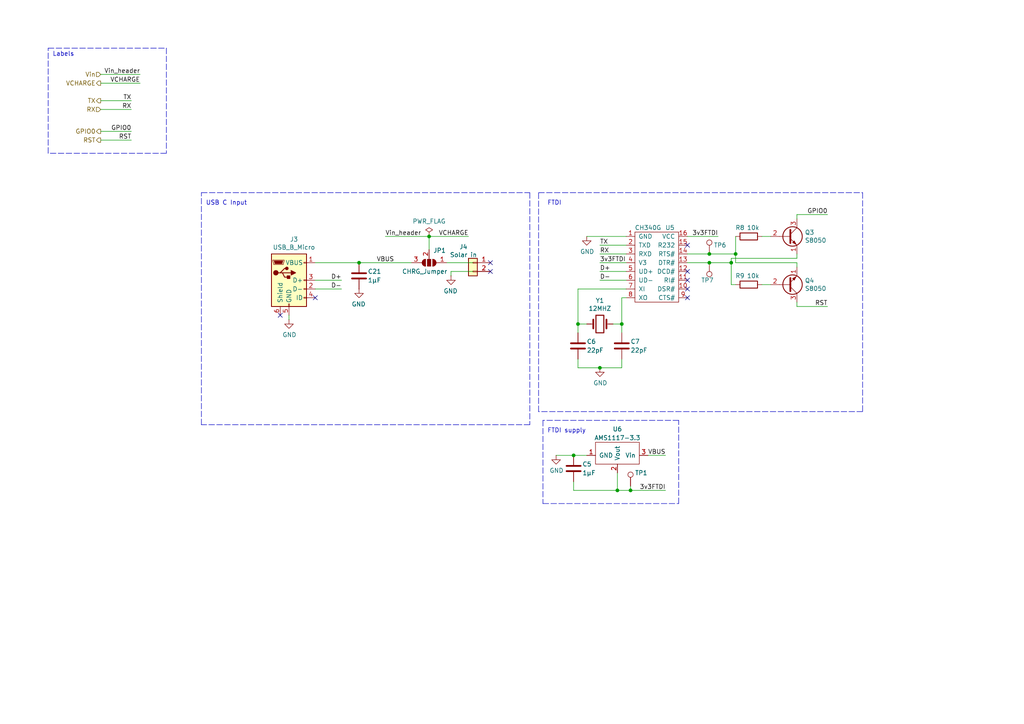
<source format=kicad_sch>
(kicad_sch (version 20250114) (generator "eeschema") (generator_version "9.0")
  (paper "A4")
  (title_block (title "SuperPower-uC") (date "2020-09-20") (rev "0.1") (comment 1 "Licence: CERN-OHL-W"))
  (lib_symbols
    (symbol "AMS1117-3.3:AMS1117-3.3" (pin_names (offset 1.016))
      (property "Reference" "U" (at 5.08 1.27 0))
      (property "Value" "AMS1117-3.3" (at 0 3.81 0))
      (symbol "AMS1117-3.3_0_1"
        (rectangle (start -6.35 2.54) (end 6.35 -3.81))
      )
      (symbol "AMS1117-3.3_1_1"
        (pin power_in line (at -8.89 -1.27 0) (length 2.54) (name "GND") (number "1"))
        (pin power_out line (at 0 -6.35 90) (length 2.54) (name "Vout") (number "2"))
        (pin power_in line (at 8.89 -1.27 180) (length 2.54) (name "Vin") (number "3"))
      )
    )
    (symbol "CH340G:CH340G" (pin_names (offset 1.016))
      (property "Reference" "U" (at 5.08 5.08 0))
      (property "Value" "CH340G" (at 0 5.08 0))
      (symbol "CH340G_0_0"
        (pin power_in line (at -8.89 2.54 0) (length 2.54) (name "GND") (number "1"))
        (pin output line (at -8.89 0 0) (length 2.54) (name "TXD") (number "2"))
        (pin input line (at -8.89 -2.54 0) (length 2.54) (name "RXD") (number "3"))
        (pin input line (at -8.89 -5.08 0) (length 2.54) (name "V3") (number "4"))
        (pin bidirectional line (at -8.89 -7.62 0) (length 2.54) (name "UD+") (number "5"))
        (pin bidirectional line (at -8.89 -10.16 0) (length 2.54) (name "UD-") (number "6"))
        (pin bidirectional line (at -8.89 -12.7 0) (length 2.54) (name "XI") (number "7"))
        (pin bidirectional line (at -8.89 -15.24 0) (length 2.54) (name "XO") (number "8"))
        (pin power_in line (at 8.89 2.54 180) (length 2.54) (name "VCC") (number "16"))
        (pin bidirectional line (at 8.89 0 180) (length 2.54) (name "R232") (number "15"))
        (pin bidirectional line (at 8.89 -2.54 180) (length 2.54) (name "RTS#") (number "14"))
        (pin bidirectional line (at 8.89 -5.08 180) (length 2.54) (name "DTR#") (number "13"))
        (pin bidirectional line (at 8.89 -7.62 180) (length 2.54) (name "DCD#") (number "12"))
        (pin bidirectional line (at 8.89 -10.16 180) (length 2.54) (name "RI#") (number "11"))
        (pin bidirectional line (at 8.89 -12.7 180) (length 2.54) (name "DSR#") (number "10"))
        (pin bidirectional line (at 8.89 -15.24 180) (length 2.54) (name "CTS#") (number "9"))
      )
      (symbol "CH340G_0_1"
        (rectangle (start 6.35 3.81) (end -6.35 -16.51))
      )
    )
    (symbol "Connector:TestPoint" (pin_numbers (hide yes)) (pin_names (offset 0.762) (hide yes))
      (property "Reference" "TP" (at 0 6.858 0))
      (property "Value" "TestPoint" (at 0 5.08 0))
      (symbol "TestPoint_0_1"
        (circle (center 0 3.302) (radius 0.762))
      )
      (symbol "TestPoint_1_1"
        (pin passive line (at 0 0 90) (length 2.54) (name "1") (number "1"))
      )
    )
    (symbol "Connector:USB_B_Micro" (pin_names (offset 1.016))
      (property "Reference" "J" (at -5.08 11.43 0))
      (property "Value" "USB_B_Micro" (at -5.08 8.89 0))
      (symbol "USB_B_Micro_0_1"
        (rectangle (start -5.08 -7.62) (end 5.08 7.62) (stroke (width 0.254)) (fill (type background)))
        (polyline (pts (xy -4.699 5.842) (xy -4.699 5.588) (xy -4.445 4.826) (xy -4.445 4.572) (xy -1.651 4.572) (xy -1.651 4.826) (xy -1.397 5.588) (xy -1.397 5.842) (xy -4.699 5.842)))
        (polyline (pts (xy -4.318 5.588) (xy -1.778 5.588) (xy -2.032 4.826) (xy -4.064 4.826) (xy -4.318 5.588)) (fill (type outline)))
        (circle (center -3.81 2.159) (radius 0.635) (stroke (width 0.254)) (fill (type outline)))
        (polyline (pts (xy -3.175 2.159) (xy -2.54 2.159) (xy -1.27 3.429) (xy -0.635 3.429)) (stroke (width 0.254)))
        (polyline (pts (xy -2.54 2.159) (xy -1.905 2.159) (xy -1.27 0.889) (xy 0 0.889)) (stroke (width 0.254)))
        (polyline (pts (xy -1.905 2.159) (xy 0.635 2.159)) (stroke (width 0.254)))
        (circle (center -0.635 3.429) (radius 0.381) (stroke (width 0.254)) (fill (type outline)))
        (rectangle (start -0.127 -7.62) (end 0.127 -6.858))
        (rectangle (start 0.254 1.27) (end -0.508 0.508) (stroke (width 0.254)) (fill (type outline)))
        (polyline (pts (xy 0.635 2.794) (xy 0.635 1.524) (xy 1.905 2.159) (xy 0.635 2.794)) (stroke (width 0.254)) (fill (type outline)))
        (rectangle (start 5.08 4.953) (end 4.318 5.207))
        (rectangle (start 5.08 -0.127) (end 4.318 0.127))
        (rectangle (start 5.08 -2.667) (end 4.318 -2.413))
        (rectangle (start 5.08 -5.207) (end 4.318 -4.953))
      )
      (symbol "USB_B_Micro_1_1"
        (pin passive line (at -2.54 -10.16 90) (length 2.54) (name "Shield") (number "6"))
        (pin power_out line (at 0 -10.16 90) (length 2.54) (name "GND") (number "5"))
        (pin power_out line (at 7.62 5.08 180) (length 2.54) (name "VBUS") (number "1"))
        (pin bidirectional line (at 7.62 0 180) (length 2.54) (name "D+") (number "3"))
        (pin bidirectional line (at 7.62 -2.54 180) (length 2.54) (name "D-") (number "2"))
        (pin passive line (at 7.62 -5.08 180) (length 2.54) (name "ID") (number "4"))
      )
    )
    (symbol "Connector_Generic:Conn_01x02" (pin_names (offset 1.016) (hide yes))
      (property "Reference" "J" (at 0 2.54 0))
      (property "Value" "Conn_01x02" (at 0 -5.08 0))
      (symbol "Conn_01x02_1_1"
        (rectangle (start -1.27 1.27) (end 1.27 -3.81) (stroke (width 0.254)) (fill (type background)))
        (rectangle (start -1.27 0.127) (end 0 -0.127) (stroke (width 0.1524)))
        (rectangle (start -1.27 -2.413) (end 0 -2.667) (stroke (width 0.1524)))
        (pin passive line (at -5.08 0 0) (length 3.81) (name "Pin_1") (number "1"))
        (pin passive line (at -5.08 -2.54 0) (length 3.81) (name "Pin_2") (number "2"))
      )
    )
    (symbol "Device:C" (pin_numbers (hide yes)) (pin_names (offset 0.254))
      (property "Reference" "C" (at 0.635 2.54 0))
      (property "Value" "C" (at 0.635 -2.54 0))
      (symbol "C_0_1"
        (polyline (pts (xy -2.032 0.762) (xy 2.032 0.762)) (stroke (width 0.508)))
        (polyline (pts (xy -2.032 -0.762) (xy 2.032 -0.762)) (stroke (width 0.508)))
      )
      (symbol "C_1_1"
        (pin passive line (at 0 3.81 270) (length 2.794) (name "~") (number "1"))
        (pin passive line (at 0 -3.81 90) (length 2.794) (name "~") (number "2"))
      )
    )
    (symbol "Device:Crystal" (pin_numbers (hide yes)) (pin_names (offset 1.016) (hide yes))
      (property "Reference" "Y" (at 0 3.81 0))
      (property "Value" "Crystal" (at 0 -3.81 0))
      (symbol "Crystal_0_1"
        (polyline (pts (xy -2.54 0) (xy -1.905 0)))
        (polyline (pts (xy -1.905 -1.27) (xy -1.905 1.27)) (stroke (width 0.508)))
        (rectangle (start -1.143 2.54) (end 1.143 -2.54) (stroke (width 0.3048)))
        (polyline (pts (xy 1.905 -1.27) (xy 1.905 1.27)) (stroke (width 0.508)))
        (polyline (pts (xy 2.54 0) (xy 1.905 0)))
      )
      (symbol "Crystal_1_1"
        (pin passive line (at -3.81 0 0) (length 1.27) (name "1") (number "1"))
        (pin passive line (at 3.81 0 180) (length 1.27) (name "2") (number "2"))
      )
    )
    (symbol "Device:R" (pin_numbers (hide yes)) (pin_names (offset 0))
      (property "Reference" "R" (at 2.032 0 90))
      (property "Value" "R" (at 0 0 90))
      (symbol "R_0_1"
        (rectangle (start -1.016 -2.54) (end 1.016 2.54) (stroke (width 0.254)))
      )
      (symbol "R_1_1"
        (pin passive line (at 0 3.81 270) (length 1.27) (name "~") (number "1"))
        (pin passive line (at 0 -3.81 90) (length 1.27) (name "~") (number "2"))
      )
    )
    (symbol "Jumper:SolderJumper_3_Open" (pin_names (offset 0) (hide yes)) (exclude_from_sim yes) (in_bom no)
      (property "Reference" "JP" (at -2.54 -2.54 0))
      (property "Value" "SolderJumper_3_Open" (at 0 2.794 0))
      (symbol "SolderJumper_3_Open_0_1"
        (polyline (pts (xy -2.54 0) (xy -2.032 0)))
        (polyline (pts (xy -1.016 1.016) (xy -1.016 -1.016)))
        (arc (start -1.016 -1.016) (mid -2.0276 0) (end -1.016 1.016))
        (arc (start -1.016 -1.016) (mid -2.0276 0) (end -1.016 1.016) (fill (type outline)))
        (rectangle (start -0.508 1.016) (end 0.508 -1.016) (fill (type outline)))
        (polyline (pts (xy 0 -1.27) (xy 0 -1.016)))
        (arc (start 1.016 1.016) (mid 2.0276 0) (end 1.016 -1.016))
        (arc (start 1.016 1.016) (mid 2.0276 0) (end 1.016 -1.016) (fill (type outline)))
        (polyline (pts (xy 1.016 1.016) (xy 1.016 -1.016)))
        (polyline (pts (xy 2.54 0) (xy 2.032 0)))
      )
      (symbol "SolderJumper_3_Open_1_1"
        (pin passive line (at -5.08 0 0) (length 2.54) (name "A") (number "1"))
        (pin passive line (at 0 -3.81 90) (length 2.54) (name "C") (number "2"))
        (pin passive line (at 5.08 0 180) (length 2.54) (name "B") (number "3"))
      )
    )
    (symbol "Transistor_BJT:S8050" (pin_names (offset 0) (hide yes))
      (property "Reference" "Q" (at 5.08 1.905 0))
      (property "Value" "S8050" (at 5.08 0 0))
      (symbol "S8050_0_1"
        (polyline (pts (xy -2.54 0) (xy 0.635 0)))
        (polyline (pts (xy 0.635 1.905) (xy 0.635 -1.905)) (stroke (width 0.508)))
        (circle (center 1.27 0) (radius 2.8194) (stroke (width 0.254)))
      )
      (symbol "S8050_1_1"
        (polyline (pts (xy 0.635 0.635) (xy 2.54 2.54)))
        (polyline (pts (xy 0.635 -0.635) (xy 2.54 -2.54)))
        (polyline (pts (xy 1.27 -1.778) (xy 1.778 -1.27) (xy 2.286 -2.286) (xy 1.27 -1.778)) (fill (type outline)))
        (pin input line (at -5.08 0 0) (length 2.54) (name "B") (number "2"))
        (pin passive line (at 2.54 5.08 270) (length 2.54) (name "C") (number "3"))
        (pin passive line (at 2.54 -5.08 90) (length 2.54) (name "E") (number "1"))
      )
    )
    (symbol "power:GND" (power) (pin_numbers (hide yes)) (pin_names (offset 0) (hide yes))
      (property "Value" "GND" (at 0 -3.81 0))
      (symbol "GND_0_1"
        (polyline (pts (xy 0 0) (xy 0 -1.27) (xy 1.27 -1.27) (xy 0 -2.54) (xy -1.27 -1.27) (xy 0 -1.27)))
      )
      (symbol "GND_1_1"
        (pin power_in line (at 0 0 270) (length 0) (name "~") (number "1"))
      )
    )
    (symbol "power:PWR_FLAG" (power) (pin_numbers (hide yes)) (pin_names (offset 0) (hide yes))
      (property "Value" "PWR_FLAG" (at 0 3.81 0))
      (symbol "PWR_FLAG_0_0"
        (pin power_out line (at 0 0 90) (length 0) (name "~") (number "1"))
      )
      (symbol "PWR_FLAG_0_1"
        (polyline (pts (xy 0 0) (xy 0 1.27) (xy -1.016 1.905) (xy 0 2.54) (xy 1.016 1.905) (xy 0 1.27)))
      )
    )
  )
  (text "FTDI supply\n" (at 158.75 125.73 0) (effects (font (size 1.27 1.27)) (justify left bottom)))
  (text "USB C Input\n" (at 59.69 59.69 0) (effects (font (size 1.27 1.27)) (justify left bottom)))
  (text "Labels\n" (at 15.24 16.51 0) (effects (font (size 1.27 1.27)) (justify left bottom)))
  (text "FTDI\n" (at 158.75 59.69 0) (effects (font (size 1.27 1.27)) (justify left bottom)))
  (junction (at 166.37 132.08))
  (junction (at 173.99 106.68))
  (junction (at 104.14 76.2))
  (junction (at 180.34 93.98))
  (junction (at 205.74 76.2))
  (junction (at 182.88 142.24))
  (junction (at 179.07 142.24))
  (junction (at 167.64 93.98))
  (junction (at 212.09 76.2))
  (junction (at 124.46 68.58))
  (junction (at 213.36 73.66))
  (junction (at 205.74 73.66))
  (no_connect (at 142.24 78.74))
  (no_connect (at 199.39 71.12))
  (no_connect (at 199.39 83.82))
  (no_connect (at 142.24 76.2))
  (no_connect (at 199.39 86.36))
  (no_connect (at 81.28 91.44))
  (no_connect (at 199.39 81.28))
  (no_connect (at 91.44 86.36))
  (no_connect (at 199.39 78.74))
  (wire (pts (xy 220.98 68.58) (xy 223.52 68.58)))
  (polyline (pts (xy 157.48 121.92) (xy 157.48 146.05)) (stroke (width 0) (type dash)))
  (wire (pts (xy 182.88 140.97) (xy 182.88 142.24)))
  (wire (pts (xy 231.14 74.93) (xy 212.09 74.93)))
  (wire (pts (xy 212.09 76.2) (xy 212.09 82.55)))
  (polyline (pts (xy 48.26 13.97) (xy 48.26 44.45)) (stroke (width 0) (type dash)))
  (wire (pts (xy 231.14 74.93) (xy 231.14 73.66)))
  (wire (pts (xy 231.14 62.23) (xy 231.14 63.5)))
  (polyline (pts (xy 250.19 55.88) (xy 250.19 119.38)) (stroke (width 0) (type dash)))
  (polyline (pts (xy 156.21 55.88) (xy 250.19 55.88)) (stroke (width 0) (type dash)))
  (wire (pts (xy 179.07 142.24) (xy 182.88 142.24)))
  (polyline (pts (xy 153.67 55.88) (xy 153.67 123.19)) (stroke (width 0) (type dash)))
  (wire (pts (xy 104.14 76.2) (xy 119.38 76.2)))
  (wire (pts (xy 167.64 104.14) (xy 167.64 106.68)))
  (polyline (pts (xy 156.21 119.38) (xy 156.21 55.88)) (stroke (width 0) (type dash)))
  (polyline (pts (xy 13.97 44.45) (xy 13.97 13.97)) (stroke (width 0) (type dash)))
  (wire (pts (xy 212.09 82.55) (xy 213.36 82.55)))
  (polyline (pts (xy 196.85 121.92) (xy 157.48 121.92)) (stroke (width 0) (type dash)))
  (wire (pts (xy 180.34 104.14) (xy 180.34 106.68)))
  (wire (pts (xy 91.44 83.82) (xy 99.06 83.82)))
  (wire (pts (xy 205.74 73.66) (xy 199.39 73.66)))
  (wire (pts (xy 29.21 29.21) (xy 38.1 29.21)))
  (wire (pts (xy 231.14 62.23) (xy 240.03 62.23)))
  (wire (pts (xy 111.76 68.58) (xy 124.46 68.58)))
  (wire (pts (xy 173.99 76.2) (xy 181.61 76.2)))
  (wire (pts (xy 181.61 73.66) (xy 173.99 73.66)))
  (wire (pts (xy 29.21 31.75) (xy 38.1 31.75)))
  (polyline (pts (xy 58.42 55.88) (xy 153.67 55.88)) (stroke (width 0) (type dash)))
  (wire (pts (xy 170.18 93.98) (xy 167.64 93.98)))
  (wire (pts (xy 179.07 137.16) (xy 179.07 142.24)))
  (wire (pts (xy 231.14 88.9) (xy 240.03 88.9)))
  (wire (pts (xy 167.64 83.82) (xy 167.64 93.98)))
  (wire (pts (xy 173.99 106.68) (xy 167.64 106.68)))
  (wire (pts (xy 173.99 81.28) (xy 181.61 81.28)))
  (wire (pts (xy 129.54 76.2) (xy 137.16 76.2)))
  (wire (pts (xy 166.37 142.24) (xy 179.07 142.24)))
  (polyline (pts (xy 157.48 146.05) (xy 196.85 146.05)) (stroke (width 0) (type dash)))
  (wire (pts (xy 170.18 68.58) (xy 181.61 68.58)))
  (polyline (pts (xy 58.42 123.19) (xy 58.42 55.88)) (stroke (width 0) (type dash)))
  (wire (pts (xy 167.64 93.98) (xy 167.64 96.52)))
  (wire (pts (xy 166.37 132.08) (xy 161.29 132.08)))
  (polyline (pts (xy 250.19 119.38) (xy 156.21 119.38)) (stroke (width 0) (type dash)))
  (wire (pts (xy 181.61 86.36) (xy 180.34 86.36)))
  (wire (pts (xy 187.96 132.08) (xy 193.04 132.08)))
  (wire (pts (xy 130.81 78.74) (xy 130.81 80.01)))
  (wire (pts (xy 205.74 76.2) (xy 212.09 76.2)))
  (wire (pts (xy 170.18 132.08) (xy 166.37 132.08)))
  (wire (pts (xy 29.21 24.13) (xy 40.64 24.13)))
  (wire (pts (xy 181.61 83.82) (xy 167.64 83.82)))
  (wire (pts (xy 213.36 73.66) (xy 213.36 68.58)))
  (wire (pts (xy 181.61 71.12) (xy 173.99 71.12)))
  (wire (pts (xy 231.14 76.2) (xy 213.36 76.2)))
  (wire (pts (xy 124.46 68.58) (xy 135.89 68.58)))
  (wire (pts (xy 91.44 76.2) (xy 104.14 76.2)))
  (wire (pts (xy 223.52 82.55) (xy 220.98 82.55)))
  (wire (pts (xy 91.44 81.28) (xy 99.06 81.28)))
  (wire (pts (xy 38.1 40.64) (xy 29.21 40.64)))
  (wire (pts (xy 180.34 93.98) (xy 180.34 96.52)))
  (wire (pts (xy 231.14 87.63) (xy 231.14 88.9)))
  (wire (pts (xy 29.21 21.59) (xy 40.64 21.59)))
  (wire (pts (xy 38.1 38.1) (xy 29.21 38.1)))
  (wire (pts (xy 199.39 68.58) (xy 208.28 68.58)))
  (wire (pts (xy 213.36 73.66) (xy 205.74 73.66)))
  (wire (pts (xy 213.36 76.2) (xy 213.36 73.66)))
  (wire (pts (xy 173.99 78.74) (xy 181.61 78.74)))
  (polyline (pts (xy 48.26 44.45) (xy 13.97 44.45)) (stroke (width 0) (type dash)))
  (wire (pts (xy 83.82 91.44) (xy 83.82 92.71)))
  (wire (pts (xy 231.14 77.47) (xy 231.14 76.2)))
  (polyline (pts (xy 196.85 146.05) (xy 196.85 121.92)) (stroke (width 0) (type dash)))
  (wire (pts (xy 180.34 93.98) (xy 180.34 86.36)))
  (polyline (pts (xy 153.67 123.19) (xy 58.42 123.19)) (stroke (width 0) (type dash)))
  (wire (pts (xy 182.88 142.24) (xy 193.04 142.24)))
  (wire (pts (xy 180.34 106.68) (xy 173.99 106.68)))
  (wire (pts (xy 166.37 139.7) (xy 166.37 142.24)))
  (wire (pts (xy 137.16 78.74) (xy 130.81 78.74)))
  (polyline (pts (xy 13.97 13.97) (xy 48.26 13.97)) (stroke (width 0) (type dash)))
  (wire (pts (xy 205.74 76.2) (xy 199.39 76.2)))
  (wire (pts (xy 177.8 93.98) (xy 180.34 93.98)))
  (wire (pts (xy 124.46 68.58) (xy 124.46 72.39)))
  (wire (pts (xy 212.09 74.93) (xy 212.09 76.2)))
  (label "VCHARGE" (at 40.64 24.13 180))
  (label "VCHARGE" (at 135.89 68.58 180))
  (label "GPIO0" (at 240.03 62.23 180))
  (label "D+" (at 99.06 81.28 180))
  (label "RX" (at 38.1 31.75 180))
  (label "3v3FTDI" (at 193.04 142.24 180))
  (label "TX" (at 173.99 71.12 0))
  (label "VBUS" (at 109.22 76.2 0))
  (label "RST" (at 240.03 88.9 180))
  (label "TX" (at 38.1 29.21 180))
  (label "VBUS" (at 193.04 132.08 180))
  (label "3v3FTDI" (at 208.28 68.58 180))
  (label "D-" (at 173.99 81.28 0))
  (label "RST" (at 38.1 40.64 180))
  (label "RX" (at 173.99 73.66 0))
  (label "D-" (at 99.06 83.82 180))
  (label "Vin_header" (at 40.64 21.59 180))
  (label "Vin_header" (at 111.76 68.58 0))
  (label "GPIO0" (at 38.1 38.1 180))
  (label "3v3FTDI" (at 173.99 76.2 0))
  (label "D+" (at 173.99 78.74 0))
  (hierarchical_label "TX" (shape output) (at 29.21 29.21 180))
  (hierarchical_label "GPIO0" (shape output) (at 29.21 38.1 180))
  (hierarchical_label "VCHARGE" (shape output) (at 29.21 24.13 180))
  (hierarchical_label "Vin" (shape input) (at 29.21 21.59 180))
  (hierarchical_label "RST" (shape output) (at 29.21 40.64 180))
  (hierarchical_label "RX" (shape input) (at 29.21 31.75 180))
  (symbol (lib_id "CH340G:CH340G") (at 190.5 71.12 0) (unit 1)
    (property "Reference" "U5" (at 194.31 66.04 0))
    (property "Value" "CH340G" (at 187.96 66.04 0))
    (property "Footprint" "Package_SO:SOP-16_4.55x10.3mm_P1.27mm" (effects (hide yes)))
    (property "Datasheet" "https://www.mpja.com/download/35227cpdata.pdf" (effects (hide yes)))
    (property "LCSC" "C14267" (effects (hide yes)))
  )
  (symbol (lib_id "AMS1117-3.3:AMS1117-3.3") (at 179.07 130.81 0) (unit 1)
    (property "Reference" "U6" (at 179.07 124.46 0))
    (property "Value" "AMS1117-3.3" (at 179.07 127 0))
    (property "Footprint" "Package_TO_SOT_SMD:SOT-223-3_TabPin2" (effects (hide yes)))
    (property "Datasheet" "http://www.advanced-monolithic.com/pdf/ds1117.pdf" (effects (hide yes)))
    (property "LCSC" "C6186" (effects (hide yes)))
  )
  (symbol (lib_id "Connector_Generic:Conn_01x02") (at 137.16 76.2 0) (mirror y) (unit 1)
    (property "Reference" "J4" (at 134.4168 71.6026 0))
    (property "Value" "Solar in" (at 134.4168 73.914 0))
    (property "Footprint" "Connector_JST:JST_EH_S2B-EH_1x02_P2.50mm_Horizontal" (effects (hide yes)))
    (property "Description" "Generic connector, single row, 01x02, script generated (kicad-library-utils/schlib/autogen/connector/)" (effects (hide yes)))
    (property "LCSC" "C157931" (effects (hide yes)))
  )
  (symbol (lib_id "Transistor_BJT:S8050") (at 228.6 68.58 0) (unit 1)
    (property "Reference" "Q3" (at 233.426 67.4116 0) (effects (justify left)))
    (property "Value" "S8050" (at 233.426 69.723 0) (effects (justify left)))
    (property "Footprint" "Package_TO_SOT_SMD:SOT-23_Handsoldering" (effects (hide yes)))
    (property "Datasheet" "http://www.unisonic.com.tw/datasheet/S8050.pdf" (effects (hide yes)))
    (property "LCSC" "C111272" (effects (hide yes)))
  )
  (symbol (lib_id "Transistor_BJT:S8050") (at 228.6 82.55 0) (mirror x) (unit 1)
    (property "Reference" "Q4" (at 233.426 81.3816 0) (effects (justify left)))
    (property "Value" "S8050" (at 233.426 83.693 0) (effects (justify left)))
    (property "Footprint" "Package_TO_SOT_SMD:SOT-23_Handsoldering" (effects (hide yes)))
    (property "Datasheet" "http://www.unisonic.com.tw/datasheet/S8050.pdf" (effects (hide yes)))
    (property "LCSC" "C111272" (effects (hide yes)))
  )
  (symbol (lib_id "Device:R") (at 217.17 68.58 270) (unit 1)
    (property "Reference" "R8" (at 214.63 66.04 90))
    (property "Value" "10k" (at 218.44 66.04 90))
    (property "Footprint" "Resistor_SMD:R_0603_1608Metric_Pad0.98x0.95mm_HandSolder" (effects (hide yes)))
    (property "LCSC" "C25804" (effects (hide yes)))
  )
  (symbol (lib_id "Device:R") (at 217.17 82.55 270) (unit 1)
    (property "Reference" "R9" (at 214.63 80.01 90))
    (property "Value" "10k" (at 218.44 80.01 90))
    (property "Footprint" "Resistor_SMD:R_0603_1608Metric_Pad0.98x0.95mm_HandSolder" (effects (hide yes)))
    (property "LCSC" "C25804" (effects (hide yes)))
  )
  (symbol (lib_id "Device:C") (at 166.37 135.89 0) (unit 1)
    (property "Reference" "C5" (at 168.91 134.62 0) (effects (justify left)))
    (property "Value" "1µF" (at 168.91 137.16 0) (effects (justify left)))
    (property "Footprint" "Capacitor_SMD:C_0603_1608Metric_Pad1.08x0.95mm_HandSolder" (effects (hide yes)))
    (property "LCSC" "C15849" (effects (hide yes)))
  )
  (symbol (lib_id "power:GND") (at 130.81 80.01 0) (mirror y) (unit 1)
    (property "Reference" "#PWR0123" (effects (hide yes)))
    (property "Value" "GND" (at 130.683 84.4042 0))
  )
  (symbol (lib_id "power:GND") (at 83.82 92.71 0) (unit 1)
    (property "Reference" "#PWR0122" (effects (hide yes)))
    (property "Value" "GND" (at 83.947 97.1042 0))
  )
  (symbol (lib_id "Jumper:SolderJumper_3_Open") (at 124.46 76.2 180) (unit 1)
    (property "Reference" "JP1" (at 127.508 72.644 0))
    (property "Value" "CHRG_Jumper" (at 123.19 78.74 0))
    (property "Footprint" "Jumper:SolderJumper-3_P1.3mm_Open_Pad1.0x1.5mm" (effects (hide yes)))
  )
  (symbol (lib_id "Device:Crystal") (at 173.99 93.98 0) (unit 1)
    (property "Reference" "Y1" (at 173.99 87.1728 0))
    (property "Value" "12MHZ" (at 173.99 89.4842 0))
    (property "Footprint" "Crystal:Crystal_SMD_3225-4Pin_3.2x2.5mm_HandSoldering" (effects (hide yes)))
    (property "Datasheet" "https://datasheet.lcsc.com/szlcsc/Yangxing-Tech-X322512MSB4SI_C9002.pdf" (effects (hide yes)))
    (property "LCSC" "C9002" (effects (hide yes)))
  )
  (symbol (lib_id "Device:C") (at 167.64 100.33 0) (unit 1)
    (property "Reference" "C6" (at 170.18 99.06 0) (effects (justify left)))
    (property "Value" "22pF" (at 170.18 101.6 0) (effects (justify left)))
    (property "Footprint" "Resistor_SMD:R_0603_1608Metric_Pad0.98x0.95mm_HandSolder" (effects (hide yes)))
    (property "LCSC" "C1653" (effects (hide yes)))
  )
  (symbol (lib_id "Device:C") (at 180.34 100.33 0) (unit 1)
    (property "Reference" "C7" (at 182.88 99.06 0) (effects (justify left)))
    (property "Value" "22pF" (at 182.88 101.6 0) (effects (justify left)))
    (property "Footprint" "Capacitor_SMD:C_0603_1608Metric_Pad1.08x0.95mm_HandSolder" (effects (hide yes)))
    (property "LCSC" "C1653" (effects (hide yes)))
  )
  (symbol (lib_id "power:GND") (at 173.99 106.68 0) (unit 1)
    (property "Reference" "#PWR0121" (effects (hide yes)))
    (property "Value" "GND" (at 174.117 111.0742 0))
  )
  (symbol (lib_id "power:GND") (at 170.18 68.58 0) (unit 1)
    (property "Reference" "#PWR0125" (effects (hide yes)))
    (property "Value" "GND" (at 170.307 72.9742 0))
  )
  (symbol (lib_id "power:PWR_FLAG") (at 124.46 68.58 0) (unit 1)
    (property "Reference" "#FLG0104" (effects (hide yes)))
    (property "Value" "PWR_FLAG" (at 124.46 64.1858 0))
  )
  (symbol (lib_id "power:GND") (at 161.29 132.08 0) (unit 1)
    (property "Reference" "#PWR0126" (effects (hide yes)))
    (property "Value" "GND" (at 161.417 136.4742 0))
  )
  (symbol (lib_id "Device:C") (at 104.14 80.01 0) (unit 1)
    (property "Reference" "C21" (at 106.68 78.74 0) (effects (justify left)))
    (property "Value" "1µF" (at 106.68 81.28 0) (effects (justify left)))
    (property "Footprint" "Capacitor_SMD:C_0603_1608Metric_Pad1.08x0.95mm_HandSolder" (effects (hide yes)))
    (property "LCSC" "C15849" (effects (hide yes)))
  )
  (symbol (lib_id "power:GND") (at 104.14 83.82 0) (mirror y) (unit 1)
    (property "Reference" "#PWR0127" (effects (hide yes)))
    (property "Value" "GND" (at 104.013 88.2142 0))
  )
  (symbol (lib_id "Connector:USB_B_Micro") (at 83.82 81.28 0) (unit 1)
    (property "Reference" "J3" (at 85.2678 69.4182 0))
    (property "Value" "USB_B_Micro" (at 85.2678 71.7296 0))
    (property "Footprint" "Connector_USB:USB_Micro-B_Molex-105017-0001" (effects (hide yes)))
    (property "Datasheet" "https://datasheet.lcsc.com/szlcsc/2002271812_XKB-Connectivity-U254-051T-4BH23-S2B_C319164.pdf" (effects (hide yes)))
    (property "LCSC" "C319164" (effects (hide yes)))
  )
  (symbol (lib_id "Connector:TestPoint") (at 182.88 140.97 0) (unit 1)
    (property "Reference" "TP1" (at 184.15 137.16 0) (effects (justify left)))
    (property "Value" "TestPoint" (effects (hide yes)))
    (property "Footprint" "TestPoint:TestPoint_Pad_1.5x1.5mm" (effects (hide yes)))
  )
  (symbol (lib_id "Connector:TestPoint") (at 205.74 73.66 0) (unit 1)
    (property "Reference" "TP6" (at 207.01 71.12 0) (effects (justify left)))
    (property "Value" "TestPoint" (effects (hide yes)))
    (property "Footprint" "TestPoint:TestPoint_Pad_1.5x1.5mm" (effects (hide yes)))
  )
  (symbol (lib_id "Connector:TestPoint") (at 205.74 76.2 180) (unit 1)
    (property "Reference" "TP7" (at 207.01 81.28 0) (effects (justify left)))
    (property "Value" "TestPoint" (effects (hide yes)))
    (property "Footprint" "TestPoint:TestPoint_Pad_1.5x1.5mm" (effects (hide yes)))
  )
)
</source>
